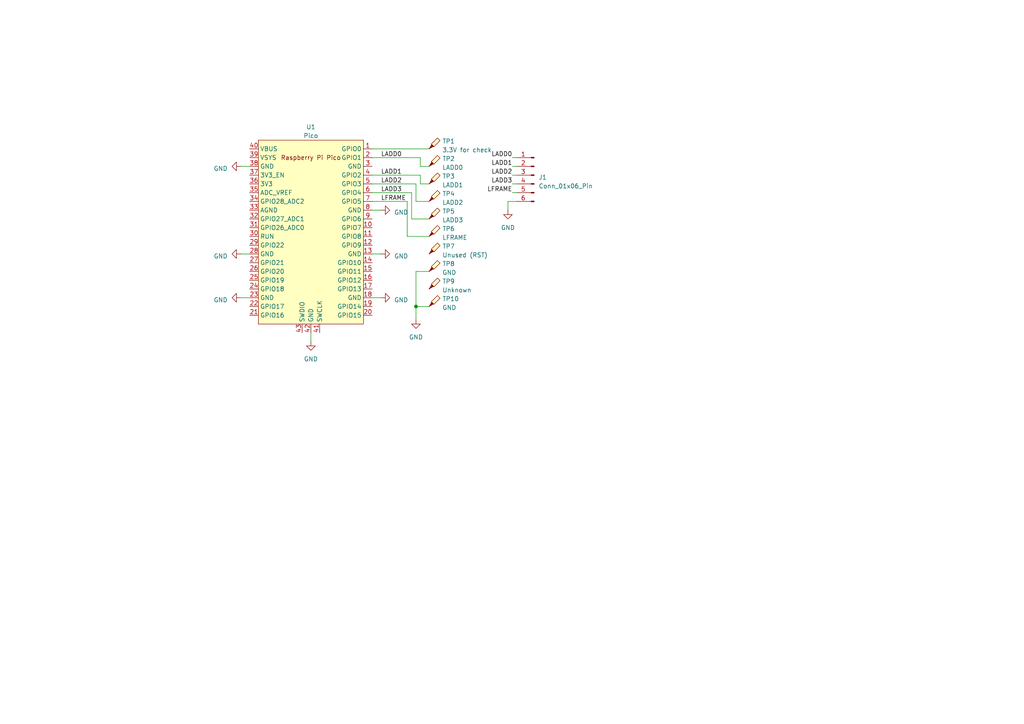
<source format=kicad_sch>
(kicad_sch (version 20230121) (generator eeschema)
  (paper "A4")
  (title_block (title "Pico TPMSniffer") (company "By Thomas Roth aka stacksmashing"))
  (lib_symbols
    (symbol "Connector:Conn_01x06_Pin" (pin_names (offset 1.016) hide)
      (property "Reference" "J" (at 0 7.62 0))
      (property "Value" "Conn_01x06_Pin" (at 0 -10.16 0))
      (symbol "Conn_01x06_Pin_1_1"
        (polyline (pts (xy 1.27 -7.62) (xy 0.8636 -7.62)) (stroke (width 0.1524)))
        (polyline (pts (xy 1.27 -5.08) (xy 0.8636 -5.08)) (stroke (width 0.1524)))
        (polyline (pts (xy 1.27 -2.54) (xy 0.8636 -2.54)) (stroke (width 0.1524)))
        (polyline (pts (xy 1.27 0) (xy 0.8636 0)) (stroke (width 0.1524)))
        (polyline (pts (xy 1.27 2.54) (xy 0.8636 2.54)) (stroke (width 0.1524)))
        (polyline (pts (xy 1.27 5.08) (xy 0.8636 5.08)) (stroke (width 0.1524)))
        (rectangle (start 0.8636 -7.493) (end 0 -7.747) (stroke (width 0.1524)) (fill (type outline)))
        (rectangle (start 0.8636 -4.953) (end 0 -5.207) (stroke (width 0.1524)) (fill (type outline)))
        (rectangle (start 0.8636 -2.413) (end 0 -2.667) (stroke (width 0.1524)) (fill (type outline)))
        (rectangle (start 0.8636 0.127) (end 0 -0.127) (stroke (width 0.1524)) (fill (type outline)))
        (rectangle (start 0.8636 2.667) (end 0 2.413) (stroke (width 0.1524)) (fill (type outline)))
        (rectangle (start 0.8636 5.207) (end 0 4.953) (stroke (width 0.1524)) (fill (type outline)))
        (pin passive line (at 5.08 5.08 180) (length 3.81) (name "Pin_1") (number "1"))
        (pin passive line (at 5.08 2.54 180) (length 3.81) (name "Pin_2") (number "2"))
        (pin passive line (at 5.08 0 180) (length 3.81) (name "Pin_3") (number "3"))
        (pin passive line (at 5.08 -2.54 180) (length 3.81) (name "Pin_4") (number "4"))
        (pin passive line (at 5.08 -5.08 180) (length 3.81) (name "Pin_5") (number "5"))
        (pin passive line (at 5.08 -7.62 180) (length 3.81) (name "Pin_6") (number "6"))
      )
    )
    (symbol "Connector:TestPoint_Probe" (pin_numbers hide) (pin_names (offset 0.762) hide)
      (property "Reference" "TP" (at 1.651 5.842 0))
      (property "Value" "TestPoint_Probe" (at 1.651 4.064 0))
      (symbol "TestPoint_Probe_0_1"
        (polyline (pts (xy 1.27 0.762) (xy 0 0) (xy 0.762 1.27) (xy 1.27 0.762)) (fill (type outline)))
        (polyline (pts (xy 1.397 0.635) (xy 0.635 1.397) (xy 2.413 3.175) (xy 3.175 2.413) (xy 1.397 0.635)) (fill (type background)))
      )
      (symbol "TestPoint_Probe_1_1"
        (pin passive line (at 0 0 90) (length 0) (name "1") (number "1"))
      )
    )
    (symbol "MCU_RaspberryPi_and_Boards:Pico"
      (property "Reference" "U" (at -13.97 27.94 0))
      (property "Value" "Pico" (at 0 19.05 0))
      (symbol "Pico_0_0"
        (text "Raspberry Pi Pico" (at 0 21.59 0) (effects (font (size 1.27 1.27))))
      )
      (symbol "Pico_0_1"
        (rectangle (start -15.24 26.67) (end 15.24 -26.67) (fill (type background)))
      )
      (symbol "Pico_1_1"
        (pin bidirectional line (at -17.78 24.13 0) (length 2.54) (name "GPIO0") (number "1"))
        (pin bidirectional line (at -17.78 1.27 0) (length 2.54) (name "GPIO7") (number "10"))
        (pin bidirectional line (at -17.78 -1.27 0) (length 2.54) (name "GPIO8") (number "11"))
        (pin bidirectional line (at -17.78 -3.81 0) (length 2.54) (name "GPIO9") (number "12"))
        (pin power_in line (at -17.78 -6.35 0) (length 2.54) (name "GND") (number "13"))
        (pin bidirectional line (at -17.78 -8.89 0) (length 2.54) (name "GPIO10") (number "14"))
        (pin bidirectional line (at -17.78 -11.43 0) (length 2.54) (name "GPIO11") (number "15"))
        (pin bidirectional line (at -17.78 -13.97 0) (length 2.54) (name "GPIO12") (number "16"))
        (pin bidirectional line (at -17.78 -16.51 0) (length 2.54) (name "GPIO13") (number "17"))
        (pin power_in line (at -17.78 -19.05 0) (length 2.54) (name "GND") (number "18"))
        (pin bidirectional line (at -17.78 -21.59 0) (length 2.54) (name "GPIO14") (number "19"))
        (pin bidirectional line (at -17.78 21.59 0) (length 2.54) (name "GPIO1") (number "2"))
        (pin bidirectional line (at -17.78 -24.13 0) (length 2.54) (name "GPIO15") (number "20"))
        (pin bidirectional line (at 17.78 -24.13 180) (length 2.54) (name "GPIO16") (number "21"))
        (pin bidirectional line (at 17.78 -21.59 180) (length 2.54) (name "GPIO17") (number "22"))
        (pin power_in line (at 17.78 -19.05 180) (length 2.54) (name "GND") (number "23"))
        (pin bidirectional line (at 17.78 -16.51 180) (length 2.54) (name "GPIO18") (number "24"))
        (pin bidirectional line (at 17.78 -13.97 180) (length 2.54) (name "GPIO19") (number "25"))
        (pin bidirectional line (at 17.78 -11.43 180) (length 2.54) (name "GPIO20") (number "26"))
        (pin bidirectional line (at 17.78 -8.89 180) (length 2.54) (name "GPIO21") (number "27"))
        (pin power_in line (at 17.78 -6.35 180) (length 2.54) (name "GND") (number "28"))
        (pin bidirectional line (at 17.78 -3.81 180) (length 2.54) (name "GPIO22") (number "29"))
        (pin power_in line (at -17.78 19.05 0) (length 2.54) (name "GND") (number "3"))
        (pin input line (at 17.78 -1.27 180) (length 2.54) (name "RUN") (number "30"))
        (pin bidirectional line (at 17.78 1.27 180) (length 2.54) (name "GPIO26_ADC0") (number "31"))
        (pin bidirectional line (at 17.78 3.81 180) (length 2.54) (name "GPIO27_ADC1") (number "32"))
        (pin power_in line (at 17.78 6.35 180) (length 2.54) (name "AGND") (number "33"))
        (pin bidirectional line (at 17.78 8.89 180) (length 2.54) (name "GPIO28_ADC2") (number "34"))
        (pin power_in line (at 17.78 11.43 180) (length 2.54) (name "ADC_VREF") (number "35"))
        (pin power_in line (at 17.78 13.97 180) (length 2.54) (name "3V3") (number "36"))
        (pin input line (at 17.78 16.51 180) (length 2.54) (name "3V3_EN") (number "37"))
        (pin bidirectional line (at 17.78 19.05 180) (length 2.54) (name "GND") (number "38"))
        (pin power_in line (at 17.78 21.59 180) (length 2.54) (name "VSYS") (number "39"))
        (pin bidirectional line (at -17.78 16.51 0) (length 2.54) (name "GPIO2") (number "4"))
        (pin power_in line (at 17.78 24.13 180) (length 2.54) (name "VBUS") (number "40"))
        (pin input line (at -2.54 -29.21 90) (length 2.54) (name "SWCLK") (number "41"))
        (pin power_in line (at 0 -29.21 90) (length 2.54) (name "GND") (number "42"))
        (pin bidirectional line (at 2.54 -29.21 90) (length 2.54) (name "SWDIO") (number "43"))
        (pin bidirectional line (at -17.78 13.97 0) (length 2.54) (name "GPIO3") (number "5"))
        (pin bidirectional line (at -17.78 11.43 0) (length 2.54) (name "GPIO4") (number "6"))
        (pin bidirectional line (at -17.78 8.89 0) (length 2.54) (name "GPIO5") (number "7"))
        (pin power_in line (at -17.78 6.35 0) (length 2.54) (name "GND") (number "8"))
        (pin bidirectional line (at -17.78 3.81 0) (length 2.54) (name "GPIO6") (number "9"))
      )
    )
    (symbol "power:GND" (power) (pin_names (offset 0))
      (property "Value" "GND" (at 0 -3.81 0))
      (symbol "GND_0_1"
        (polyline (pts (xy 0 0) (xy 0 -1.27) (xy 1.27 -1.27) (xy 0 -2.54) (xy -1.27 -1.27) (xy 0 -1.27)))
      )
      (symbol "GND_1_1"
        (pin power_in line (at 0 0 270) (length 0) hide (name "GND") (number "1"))
      )
    )
  )
  (junction (at 120.65 88.9))
  (wire (pts (xy 69.85 86.36) (xy 72.39 86.36)))
  (wire (pts (xy 69.85 73.66) (xy 72.39 73.66)))
  (wire (pts (xy 107.95 60.96) (xy 110.49 60.96)))
  (wire (pts (xy 107.95 43.18) (xy 124.46 43.18)))
  (wire (pts (xy 124.46 78.74) (xy 120.65 78.74)))
  (wire (pts (xy 120.65 88.9) (xy 120.65 92.71)))
  (wire (pts (xy 90.17 96.52) (xy 90.17 99.06)))
  (wire (pts (xy 107.95 58.42) (xy 118.11 58.42)))
  (wire (pts (xy 119.38 55.88) (xy 119.38 63.5)))
  (wire (pts (xy 120.65 88.9) (xy 124.46 88.9)))
  (wire (pts (xy 107.95 55.88) (xy 119.38 55.88)))
  (wire (pts (xy 107.95 73.66) (xy 110.49 73.66)))
  (wire (pts (xy 121.92 45.72) (xy 121.92 48.26)))
  (wire (pts (xy 121.92 48.26) (xy 124.46 48.26)))
  (wire (pts (xy 148.59 48.26) (xy 149.86 48.26)))
  (wire (pts (xy 69.85 48.26) (xy 72.39 48.26)))
  (wire (pts (xy 120.65 53.34) (xy 120.65 58.42)))
  (wire (pts (xy 119.38 63.5) (xy 124.46 63.5)))
  (wire (pts (xy 107.95 50.8) (xy 121.92 50.8)))
  (wire (pts (xy 148.59 50.8) (xy 149.86 50.8)))
  (wire (pts (xy 107.95 53.34) (xy 120.65 53.34)))
  (wire (pts (xy 118.11 58.42) (xy 118.11 68.58)))
  (wire (pts (xy 148.59 53.34) (xy 149.86 53.34)))
  (wire (pts (xy 148.59 45.72) (xy 149.86 45.72)))
  (wire (pts (xy 107.95 86.36) (xy 110.49 86.36)))
  (wire (pts (xy 120.65 78.74) (xy 120.65 88.9)))
  (wire (pts (xy 147.32 58.42) (xy 147.32 60.96)))
  (wire (pts (xy 120.65 58.42) (xy 124.46 58.42)))
  (wire (pts (xy 118.11 68.58) (xy 124.46 68.58)))
  (wire (pts (xy 121.92 50.8) (xy 121.92 53.34)))
  (wire (pts (xy 107.95 45.72) (xy 121.92 45.72)))
  (wire (pts (xy 148.59 55.88) (xy 149.86 55.88)))
  (wire (pts (xy 149.86 58.42) (xy 147.32 58.42)))
  (wire (pts (xy 121.92 53.34) (xy 124.46 53.34)))
  (label "LADD3" (at 110.49 55.88 0))
  (label "LADD0" (at 148.59 45.72 180))
  (label "LADD3" (at 148.59 53.34 180))
  (label "LADD0" (at 110.49 45.72 0))
  (label "LFRAME" (at 110.49 58.42 0))
  (label "LADD2" (at 110.49 53.34 0))
  (label "LFRAME" (at 148.59 55.88 180))
  (label "LADD1" (at 110.49 50.8 0))
  (label "LADD1" (at 148.59 48.26 180))
  (label "LADD2" (at 148.59 50.8 180))
  (symbol (lib_id "MCU_RaspberryPi_and_Boards:Pico") (at 90.17 67.31 0) (mirror y) (unit 1)
    (property "Reference" "U1" (at 90.17 36.83 0))
    (property "Value" "Pico" (at 90.17 39.37 0))
    (property "Footprint" "MCU_RaspberryPi_and_Boards:RPi_Pico_SMD_TH" (effects hide))
  )
  (symbol (lib_id "power:GND") (at 110.49 73.66 90) (unit 1)
    (property "Reference" "#PWR04" (effects hide))
    (property "Value" "GND" (at 114.3 74.295 90) (effects (justify right)))
  )
  (symbol (lib_id "power:GND") (at 90.17 99.06 0) (unit 1)
    (property "Reference" "#PWR09" (effects hide))
    (property "Value" "GND" (at 90.17 104.14 0))
  )
  (symbol (lib_id "Connector:TestPoint_Probe") (at 124.46 78.74 0) (unit 1)
    (property "Reference" "TP8" (at 128.27 76.5175 0) (effects (justify left)))
    (property "Value" "GND" (at 128.27 79.0575 0) (effects (justify left)))
    (property "Footprint" "A1_TPM_Lib:pogo-p50-b1" (effects hide))
  )
  (symbol (lib_id "power:GND") (at 120.65 92.71 0) (unit 1)
    (property "Reference" "#PWR01" (effects hide))
    (property "Value" "GND" (at 120.65 97.79 0))
  )
  (symbol (lib_id "Connector:TestPoint_Probe") (at 124.46 58.42 0) (unit 1)
    (property "Reference" "TP4" (at 128.27 56.1975 0) (effects (justify left)))
    (property "Value" "LADD2" (at 128.27 58.7375 0) (effects (justify left)))
    (property "Footprint" "A1_TPM_Lib:pogo-p50-b1" (effects hide))
  )
  (symbol (lib_id "power:GND") (at 69.85 86.36 270) (unit 1)
    (property "Reference" "#PWR06" (effects hide))
    (property "Value" "GND" (at 66.04 86.995 90) (effects (justify right)))
  )
  (symbol (lib_id "power:GND") (at 69.85 48.26 270) (unit 1)
    (property "Reference" "#PWR08" (effects hide))
    (property "Value" "GND" (at 66.04 48.895 90) (effects (justify right)))
  )
  (symbol (lib_id "power:GND") (at 147.32 60.96 0) (unit 1)
    (property "Reference" "#PWR03" (effects hide))
    (property "Value" "GND" (at 147.32 66.04 0))
  )
  (symbol (lib_id "Connector:TestPoint_Probe") (at 124.46 63.5 0) (unit 1)
    (property "Reference" "TP5" (at 128.27 61.2775 0) (effects (justify left)))
    (property "Value" "LADD3" (at 128.27 63.8175 0) (effects (justify left)))
    (property "Footprint" "A1_TPM_Lib:pogo-p50-b1" (effects hide))
  )
  (symbol (lib_id "Connector:TestPoint_Probe") (at 124.46 43.18 0) (unit 1)
    (property "Reference" "TP1" (at 128.27 40.9575 0) (effects (justify left)))
    (property "Value" "3.3V for check" (at 128.27 43.4975 0) (effects (justify left)))
    (property "Footprint" "A1_TPM_Lib:pogo-p50-b1" (effects hide))
  )
  (symbol (lib_id "Connector:TestPoint_Probe") (at 124.46 48.26 0) (unit 1)
    (property "Reference" "TP2" (at 128.27 46.0375 0) (effects (justify left)))
    (property "Value" "LADD0" (at 128.27 48.5775 0) (effects (justify left)))
    (property "Footprint" "A1_TPM_Lib:pogo-p50-b1" (effects hide))
  )
  (symbol (lib_id "Connector:TestPoint_Probe") (at 124.46 88.9 0) (unit 1)
    (property "Reference" "TP10" (at 128.27 86.6775 0) (effects (justify left)))
    (property "Value" "GND" (at 128.27 89.2175 0) (effects (justify left)))
    (property "Footprint" "A1_TPM_Lib:pogo-p50-b1" (effects hide))
  )
  (symbol (lib_id "Connector:TestPoint_Probe") (at 124.46 83.82 0) (unit 1)
    (property "Reference" "TP9" (at 128.27 81.5975 0) (effects (justify left)))
    (property "Value" "Unknown" (at 128.27 84.1375 0) (effects (justify left)))
    (property "Footprint" "A1_TPM_Lib:pogo-p50-b1" (effects hide))
  )
  (symbol (lib_id "Connector:TestPoint_Probe") (at 124.46 53.34 0) (unit 1)
    (property "Reference" "TP3" (at 128.27 51.1175 0) (effects (justify left)))
    (property "Value" "LADD1" (at 128.27 53.6575 0) (effects (justify left)))
    (property "Footprint" "A1_TPM_Lib:pogo-p50-b1" (effects hide))
  )
  (symbol (lib_id "power:GND") (at 110.49 60.96 90) (unit 1)
    (property "Reference" "#PWR02" (effects hide))
    (property "Value" "GND" (at 114.3 61.595 90) (effects (justify right)))
  )
  (symbol (lib_id "power:GND") (at 110.49 86.36 90) (unit 1)
    (property "Reference" "#PWR05" (effects hide))
    (property "Value" "GND" (at 114.3 86.995 90) (effects (justify right)))
  )
  (symbol (lib_id "power:GND") (at 69.85 73.66 270) (unit 1)
    (property "Reference" "#PWR07" (effects hide))
    (property "Value" "GND" (at 66.04 74.295 90) (effects (justify right)))
  )
  (symbol (lib_id "Connector:TestPoint_Probe") (at 124.46 68.58 0) (unit 1)
    (property "Reference" "TP6" (at 128.27 66.3575 0) (effects (justify left)))
    (property "Value" "LFRAME" (at 128.27 68.8975 0) (effects (justify left)))
    (property "Footprint" "A1_TPM_Lib:pogo-p50-b1" (effects hide))
  )
  (symbol (lib_id "Connector:Conn_01x06_Pin") (at 154.94 50.8 0) (mirror y) (unit 1)
    (property "Reference" "J1" (at 156.21 51.435 0) (effects (justify right)))
    (property "Value" "Conn_01x06_Pin" (at 156.21 53.975 0) (effects (justify right)))
    (property "Footprint" "Connector_PinSocket_2.54mm:PinSocket_1x06_P2.54mm_Vertical" (effects hide))
  )
  (symbol (lib_id "Connector:TestPoint_Probe") (at 124.46 73.66 0) (unit 1)
    (property "Reference" "TP7" (at 128.27 71.4375 0) (effects (justify left)))
    (property "Value" "Unused (RST)" (at 128.27 73.9775 0) (effects (justify left)))
    (property "Footprint" "A1_TPM_Lib:pogo-p50-b1" (effects hide))
  )
)
</source>
